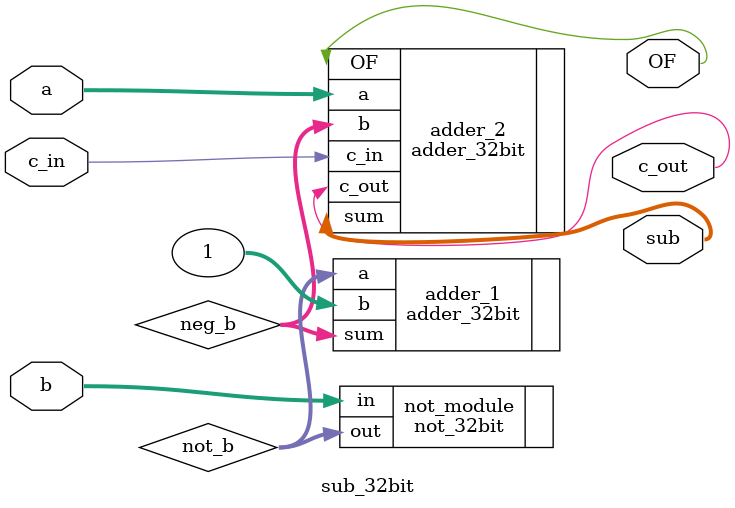
<source format=v>
module sub_32bit(a, b, c_in, sub, c_out, OF);
	input [31:0] a, b;
	input c_in;
	output [31:0] sub;
	output c_out, OF;
	wire [31:0] not_b, neg_b;
	
	not_32bit not_module(
		.in(b),
		.out(not_b)
	);
	
	adder_32bit adder_1(
		.a(not_b),
		.b(32'b1),
		.sum(neg_b)
	);
	
	adder_32bit adder_2(
		.a(a), 
		.b(neg_b), 
		.c_in(c_in), 
		.sum(sub), 
		.c_out(c_out), 
		.OF(OF)
	);
	
endmodule
</source>
